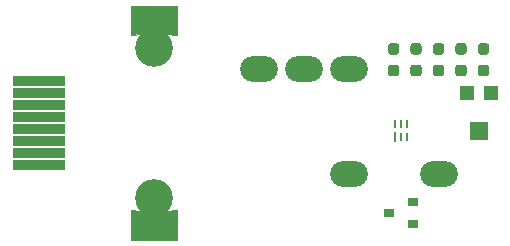
<source format=gbr>
%TF.GenerationSoftware,KiCad,Pcbnew,(5.1.10)-1*%
%TF.CreationDate,2022-01-27T10:19:25-05:00*%
%TF.ProjectId,CommaPowerProtect,436f6d6d-6150-46f7-9765-7250726f7465,rev?*%
%TF.SameCoordinates,Original*%
%TF.FileFunction,Soldermask,Top*%
%TF.FilePolarity,Negative*%
%FSLAX46Y46*%
G04 Gerber Fmt 4.6, Leading zero omitted, Abs format (unit mm)*
G04 Created by KiCad (PCBNEW (5.1.10)-1) date 2022-01-27 10:19:25*
%MOMM*%
%LPD*%
G01*
G04 APERTURE LIST*
%ADD10C,0.100000*%
%ADD11O,3.200000X2.200000*%
%ADD12R,4.495800X0.812800*%
%ADD13C,3.200400*%
%ADD14R,1.200000X1.200000*%
%ADD15R,1.600000X1.500000*%
%ADD16R,0.900000X0.800000*%
%ADD17R,0.280000X0.850000*%
%ADD18R,0.280000X0.750000*%
G04 APERTURE END LIST*
D10*
%TO.C,J2*%
G36*
X90170402Y-54141624D02*
G01*
X90981989Y-54088088D01*
X91224478Y-53889082D01*
X91501131Y-53741208D01*
X91801318Y-53650147D01*
X92113501Y-53619400D01*
X92425685Y-53650147D01*
X92725871Y-53741208D01*
X93002525Y-53889082D01*
X93245013Y-54088088D01*
X94056602Y-54141624D01*
X94056602Y-51677824D01*
X90170402Y-51677824D01*
X90170402Y-54141624D01*
G37*
X90170402Y-54141624D02*
X90981989Y-54088088D01*
X91224478Y-53889082D01*
X91501131Y-53741208D01*
X91801318Y-53650147D01*
X92113501Y-53619400D01*
X92425685Y-53650147D01*
X92725871Y-53741208D01*
X93002525Y-53889082D01*
X93245013Y-54088088D01*
X94056602Y-54141624D01*
X94056602Y-51677824D01*
X90170402Y-51677824D01*
X90170402Y-54141624D01*
G36*
X90170402Y-68997576D02*
G01*
X90981989Y-69051112D01*
X91224478Y-69250118D01*
X91501131Y-69397992D01*
X91801318Y-69489053D01*
X92113501Y-69519800D01*
X92425685Y-69489053D01*
X92725871Y-69397992D01*
X93002525Y-69250118D01*
X93245013Y-69051112D01*
X94056602Y-68997576D01*
X94056602Y-71461376D01*
X90170402Y-71461376D01*
X90170402Y-68997576D01*
G37*
X90170402Y-68997576D02*
X90981989Y-69051112D01*
X91224478Y-69250118D01*
X91501131Y-69397992D01*
X91801318Y-69489053D01*
X92113501Y-69519800D01*
X92425685Y-69489053D01*
X92725871Y-69397992D01*
X93002525Y-69250118D01*
X93245013Y-69051112D01*
X94056602Y-68997576D01*
X94056602Y-71461376D01*
X90170402Y-71461376D01*
X90170402Y-68997576D01*
%TD*%
D11*
%TO.C,J1*%
X108585000Y-57023000D03*
X100965000Y-57023000D03*
X108585000Y-65913000D03*
X104775000Y-57023000D03*
X116205000Y-65913000D03*
%TD*%
D12*
%TO.C,J2*%
X82353500Y-57999600D03*
X82353500Y-59019600D03*
X82353500Y-60039601D03*
X82353500Y-61059601D03*
X82353500Y-62079599D03*
X82353500Y-63099599D03*
X82353500Y-64119600D03*
X82353500Y-65139600D03*
D13*
X92113501Y-67919600D03*
X92113501Y-55219600D03*
%TD*%
D14*
%TO.C,R3*%
X120650000Y-59055000D03*
X118650000Y-59055000D03*
D15*
X119650000Y-62305000D03*
%TD*%
%TO.C,R4*%
G36*
G01*
X114062500Y-54837500D02*
X114537500Y-54837500D01*
G75*
G02*
X114775000Y-55075000I0J-237500D01*
G01*
X114775000Y-55575000D01*
G75*
G02*
X114537500Y-55812500I-237500J0D01*
G01*
X114062500Y-55812500D01*
G75*
G02*
X113825000Y-55575000I0J237500D01*
G01*
X113825000Y-55075000D01*
G75*
G02*
X114062500Y-54837500I237500J0D01*
G01*
G37*
G36*
G01*
X114062500Y-56662500D02*
X114537500Y-56662500D01*
G75*
G02*
X114775000Y-56900000I0J-237500D01*
G01*
X114775000Y-57400000D01*
G75*
G02*
X114537500Y-57637500I-237500J0D01*
G01*
X114062500Y-57637500D01*
G75*
G02*
X113825000Y-57400000I0J237500D01*
G01*
X113825000Y-56900000D01*
G75*
G02*
X114062500Y-56662500I237500J0D01*
G01*
G37*
%TD*%
D16*
%TO.C,Q1*%
X114030000Y-70165000D03*
X114030000Y-68265000D03*
X112030000Y-69215000D03*
%TD*%
%TO.C,R1*%
G36*
G01*
X112157500Y-54837500D02*
X112632500Y-54837500D01*
G75*
G02*
X112870000Y-55075000I0J-237500D01*
G01*
X112870000Y-55575000D01*
G75*
G02*
X112632500Y-55812500I-237500J0D01*
G01*
X112157500Y-55812500D01*
G75*
G02*
X111920000Y-55575000I0J237500D01*
G01*
X111920000Y-55075000D01*
G75*
G02*
X112157500Y-54837500I237500J0D01*
G01*
G37*
G36*
G01*
X112157500Y-56662500D02*
X112632500Y-56662500D01*
G75*
G02*
X112870000Y-56900000I0J-237500D01*
G01*
X112870000Y-57400000D01*
G75*
G02*
X112632500Y-57637500I-237500J0D01*
G01*
X112157500Y-57637500D01*
G75*
G02*
X111920000Y-57400000I0J237500D01*
G01*
X111920000Y-56900000D01*
G75*
G02*
X112157500Y-56662500I237500J0D01*
G01*
G37*
%TD*%
%TO.C,R2*%
G36*
G01*
X118347500Y-55812500D02*
X117872500Y-55812500D01*
G75*
G02*
X117635000Y-55575000I0J237500D01*
G01*
X117635000Y-55075000D01*
G75*
G02*
X117872500Y-54837500I237500J0D01*
G01*
X118347500Y-54837500D01*
G75*
G02*
X118585000Y-55075000I0J-237500D01*
G01*
X118585000Y-55575000D01*
G75*
G02*
X118347500Y-55812500I-237500J0D01*
G01*
G37*
G36*
G01*
X118347500Y-57637500D02*
X117872500Y-57637500D01*
G75*
G02*
X117635000Y-57400000I0J237500D01*
G01*
X117635000Y-56900000D01*
G75*
G02*
X117872500Y-56662500I237500J0D01*
G01*
X118347500Y-56662500D01*
G75*
G02*
X118585000Y-56900000I0J-237500D01*
G01*
X118585000Y-57400000D01*
G75*
G02*
X118347500Y-57637500I-237500J0D01*
G01*
G37*
%TD*%
%TO.C,R5*%
G36*
G01*
X120252500Y-55812500D02*
X119777500Y-55812500D01*
G75*
G02*
X119540000Y-55575000I0J237500D01*
G01*
X119540000Y-55075000D01*
G75*
G02*
X119777500Y-54837500I237500J0D01*
G01*
X120252500Y-54837500D01*
G75*
G02*
X120490000Y-55075000I0J-237500D01*
G01*
X120490000Y-55575000D01*
G75*
G02*
X120252500Y-55812500I-237500J0D01*
G01*
G37*
G36*
G01*
X120252500Y-57637500D02*
X119777500Y-57637500D01*
G75*
G02*
X119540000Y-57400000I0J237500D01*
G01*
X119540000Y-56900000D01*
G75*
G02*
X119777500Y-56662500I237500J0D01*
G01*
X120252500Y-56662500D01*
G75*
G02*
X120490000Y-56900000I0J-237500D01*
G01*
X120490000Y-57400000D01*
G75*
G02*
X120252500Y-57637500I-237500J0D01*
G01*
G37*
%TD*%
%TO.C,R6*%
G36*
G01*
X115967500Y-54837500D02*
X116442500Y-54837500D01*
G75*
G02*
X116680000Y-55075000I0J-237500D01*
G01*
X116680000Y-55575000D01*
G75*
G02*
X116442500Y-55812500I-237500J0D01*
G01*
X115967500Y-55812500D01*
G75*
G02*
X115730000Y-55575000I0J237500D01*
G01*
X115730000Y-55075000D01*
G75*
G02*
X115967500Y-54837500I237500J0D01*
G01*
G37*
G36*
G01*
X115967500Y-56662500D02*
X116442500Y-56662500D01*
G75*
G02*
X116680000Y-56900000I0J-237500D01*
G01*
X116680000Y-57400000D01*
G75*
G02*
X116442500Y-57637500I-237500J0D01*
G01*
X115967500Y-57637500D01*
G75*
G02*
X115730000Y-57400000I0J237500D01*
G01*
X115730000Y-56900000D01*
G75*
G02*
X115967500Y-56662500I237500J0D01*
G01*
G37*
%TD*%
D17*
%TO.C,U1*%
X112530000Y-62755000D03*
D18*
X113030000Y-62805000D03*
X113530000Y-62805000D03*
X113530000Y-61655000D03*
X113030000Y-61655000D03*
X112530000Y-61655000D03*
%TD*%
M02*

</source>
